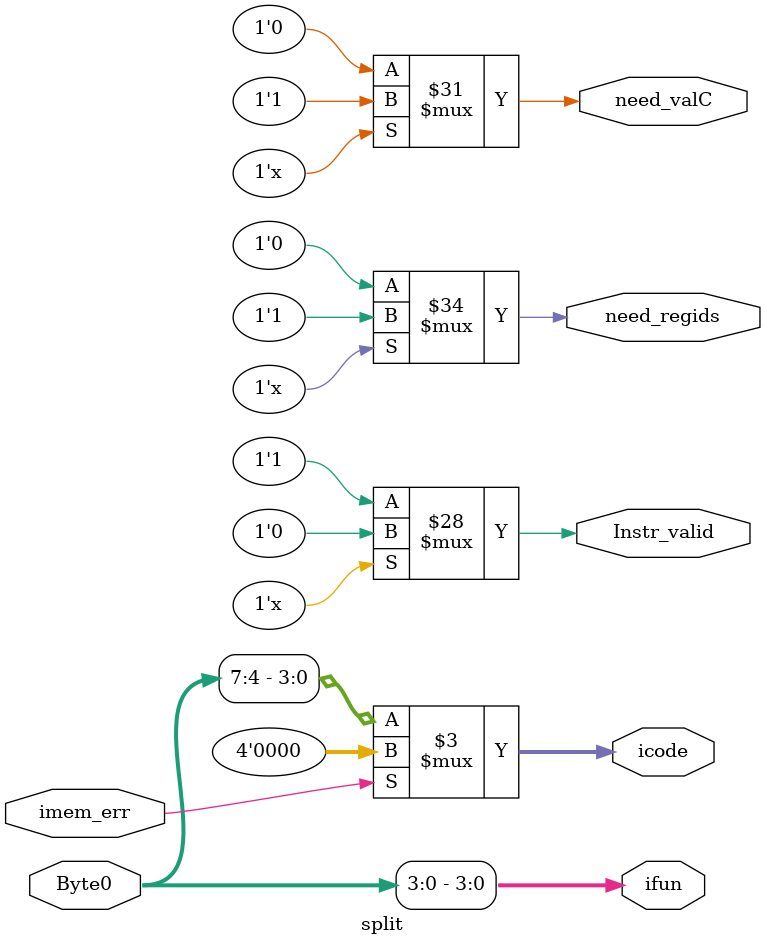
<source format=v>
module split(
    output reg need_regids,
    output reg need_valC,
    output reg Instr_valid,
    output reg [3:0]icode,
    output reg [3:0]ifun,
    input [7:0]Byte0,
    input imem_err
);

    // assign icode=Byte0[7:4];
    // assign ifun=Byte0[3:0];
    //need registers

    // or(t1,icode[2],icode[1]);
    // nand(t2,icode[2],icode[1],icode[0]);
    // and(need_regids,t1,t2);
    
    // //need Valc
    // not(ic0,icode[0]);
    // not(ic1,icode[1]);
    // not(ic2,icode[2]);
    // not(ic3,icode[3]);

    // and(t3,ic3,icode[1],icode[0]);
    // // and(t4,ic1,ic0,icode[2]);
    // and(t5,ic1,ic0,icode[3]);
    // and(t4,icode[2],ic1);
    // or(need_valC,t3,t4,t5);

    // //Is Instruction valid
    // and(Instr_valid,icode[3],icode[2]);
    
    always @*
    begin
         icode<=~imem_err?Byte0[7:4]:4'b0;
         ifun<=Byte0[3:0];
        if((icode==2||icode==3||icode==4||icode==5|| icode==6 )||(icode==10|| icode==11))
        
             need_regids<=1'b1;
        
        else
            need_regids<=1'b0;
        if((icode==3 || icode==4 )||icode==5||(icode==7 || icode==8))
        
             need_valC<=1'b1;
        
        else
             need_valC<=1'b0;
        if(icode>11)
            Instr_valid<=1'b0;
        else
            Instr_valid<=1'b1;
    end
    
endmodule
</source>
